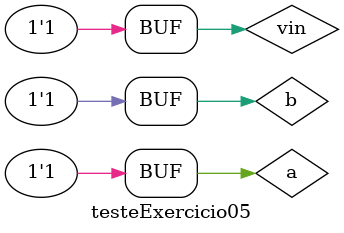
<source format=v>
module Exercicio05(vout, d, vin, a, b);
	output vout, d;
	input vin, a, b;
	wire t1, t2, t3;
	meiaDiferenca MS1 (t2, t1, a, b);
	meiaDiferenca MS2 (t3, d, t1, vin);
	or OR1 (vout, t3, t2);
endmodule

module meiaDiferenca(vout, d, a, b);
	output vout, d;
	input a, b;
	wire t1;
	XorNand XOR1 (d, a, b);
	NotNand NOT1 (t1, a);
	AndNand AND1 (vout, t1, b);
endmodule

module AndNand(s, a, b);
	output s;
	input a, b;
	wire t1;
	nand NAND1 (t1, a, b);
	nand NAND2 (s, t1, t1);
endmodule

module XorNand(s, a, b);
	output s;
	input a, b;
	wire t1, t2, t3;
	nand NAND3 (t1, a, b);
	nand NAND4 (t2, t1, a);
	nand NAND5 (t3, t1, b);
	nand NAND5 (s, t2, t3);
endmodule

module NotNand(s, a);
	output s;
	input a;
	nand NAND6 (s, a, a);
endmodule

module testeExercicio05;
	reg vin, a, b;
	wire vout, d;

	Exercicio05 FULLSUBTRACTOR(vout, d, vin, a, b);

	initial begin
		vin = 0;
		a = 0;
		b = 0;
	end

	initial begin

		$display("Exercicio 05 - Douglas Borges - 417889");
		$display("Circuito Subtrator Completo com portas NAND\n");

		#1 $display("  a - b - Vin = Vout Dif");
		#1 $monitor("  %b   %b    %b  =  %d    %d", a, b, vin, vout, d);

		#1 vin = 0; a = 0; b = 1;
		#1 vin = 0; a = 1; b = 0;
		#1 vin = 0; a = 1; b = 1;
		#1 vin = 1; a = 0; b = 0;
		#1 vin = 1; a = 0; b = 1;
		#1 vin = 1; a = 1; b = 0;
		#1 vin = 1; a = 1; b = 1;

	end

/*
Exercicio 05 - Douglas Borges - 417889
Circuito Subtrator Completo com portas NAND

  a - b - Vin = Vout Dif
  0   0    0  =  0    0
  0   1    0  =  1    1
  1   0    0  =  0    1
  1   1    0  =  0    0
  0   0    1  =  1    1
  0   1    1  =  1    0
  1   0    1  =  0    0
  1   1    1  =  1    1
*/

endmodule
</source>
